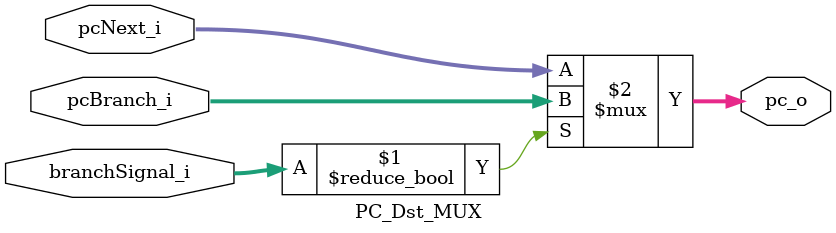
<source format=v>
module PC_Dst_MUX
(
    pcBranch_i,
    pcNext_i,
    branchSignal_i,
    pc_o
);

// Interface
input   [31:0] pcBranch_i;
input   [31:0] pcNext_i;
input   [ 1:0] branchSignal_i;
output  [31:0] pc_o;

// Calculate
assign pc_o = (branchSignal_i)? pcBranch_i: pcNext_i;

endmodule

</source>
